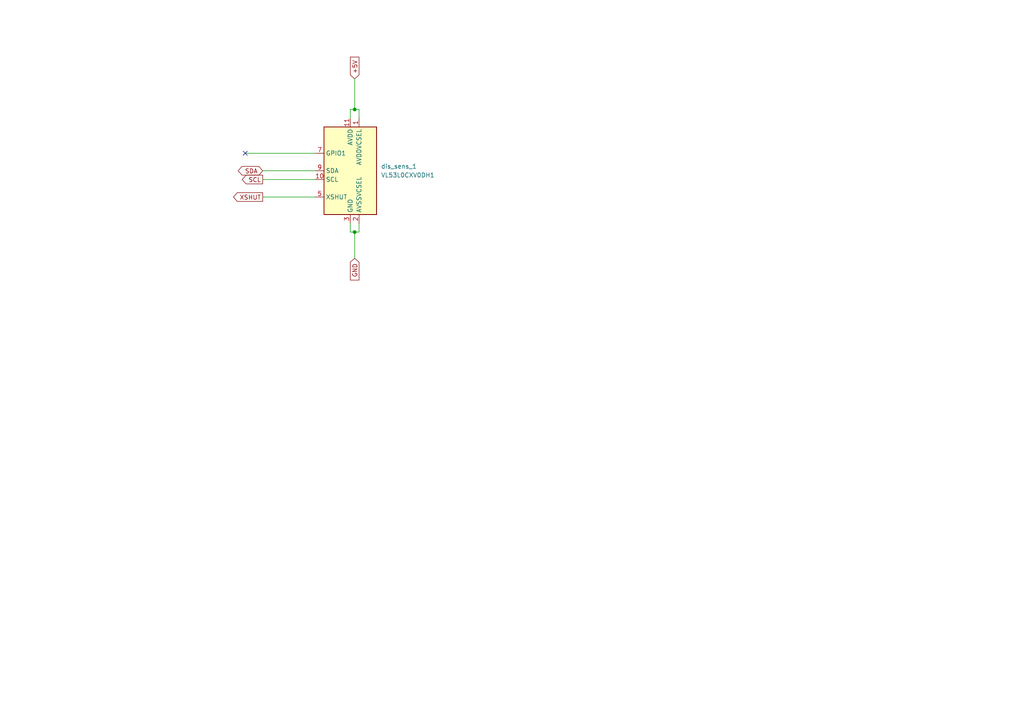
<source format=kicad_sch>
(kicad_sch
	(version 20231120)
	(generator "eeschema")
	(generator_version "8.0")
	(uuid "c5c08d6f-9822-42dc-8aad-78344b0f8ab2")
	(paper "A4")
	(lib_symbols
		(symbol "Sensor_Distance:VL53L0CXV0DH1"
			(exclude_from_sim no)
			(in_bom yes)
			(on_board yes)
			(property "Reference" "U"
				(at -6.35 13.97 0)
				(effects
					(font
						(size 1.27 1.27)
					)
				)
			)
			(property "Value" "VL53L0CXV0DH1"
				(at 12.065 13.97 0)
				(effects
					(font
						(size 1.27 1.27)
					)
				)
			)
			(property "Footprint" "Sensor_Distance:ST_VL53L1x"
				(at 17.145 -13.97 0)
				(effects
					(font
						(size 1.27 1.27)
					)
					(hide yes)
				)
			)
			(property "Datasheet" "https://www.st.com/resource/en/datasheet/vl53l0x.pdf"
				(at 2.54 0 0)
				(effects
					(font
						(size 1.27 1.27)
					)
					(hide yes)
				)
			)
			(property "Description" "2m distance ranging ToF sensor, Optical LGA12"
				(at 0 0 0)
				(effects
					(font
						(size 1.27 1.27)
					)
					(hide yes)
				)
			)
			(property "ki_keywords" "VL53L0x ToF"
				(at 0 0 0)
				(effects
					(font
						(size 1.27 1.27)
					)
					(hide yes)
				)
			)
			(property "ki_fp_filters" "ST*VL53L1x*"
				(at 0 0 0)
				(effects
					(font
						(size 1.27 1.27)
					)
					(hide yes)
				)
			)
			(symbol "VL53L0CXV0DH1_0_1"
				(rectangle
					(start -7.62 12.7)
					(end 7.62 -12.7)
					(stroke
						(width 0.254)
						(type default)
					)
					(fill
						(type background)
					)
				)
			)
			(symbol "VL53L0CXV0DH1_1_1"
				(pin power_in line
					(at 2.54 15.24 270)
					(length 2.54)
					(name "AVDDVCSEL"
						(effects
							(font
								(size 1.27 1.27)
							)
						)
					)
					(number "1"
						(effects
							(font
								(size 1.27 1.27)
							)
						)
					)
				)
				(pin input line
					(at -10.16 -2.54 0)
					(length 2.54)
					(name "SCL"
						(effects
							(font
								(size 1.27 1.27)
							)
						)
					)
					(number "10"
						(effects
							(font
								(size 1.27 1.27)
							)
						)
					)
				)
				(pin power_in line
					(at 0 15.24 270)
					(length 2.54)
					(name "AVDD"
						(effects
							(font
								(size 1.27 1.27)
							)
						)
					)
					(number "11"
						(effects
							(font
								(size 1.27 1.27)
							)
						)
					)
				)
				(pin passive line
					(at 0 -15.24 90)
					(length 2.54) hide
					(name "GND"
						(effects
							(font
								(size 1.27 1.27)
							)
						)
					)
					(number "12"
						(effects
							(font
								(size 1.27 1.27)
							)
						)
					)
				)
				(pin power_in line
					(at 2.54 -15.24 90)
					(length 2.54)
					(name "AVSSVCSEL"
						(effects
							(font
								(size 1.27 1.27)
							)
						)
					)
					(number "2"
						(effects
							(font
								(size 1.27 1.27)
							)
						)
					)
				)
				(pin power_in line
					(at 0 -15.24 90)
					(length 2.54)
					(name "GND"
						(effects
							(font
								(size 1.27 1.27)
							)
						)
					)
					(number "3"
						(effects
							(font
								(size 1.27 1.27)
							)
						)
					)
				)
				(pin passive line
					(at 0 -15.24 90)
					(length 2.54) hide
					(name "GND"
						(effects
							(font
								(size 1.27 1.27)
							)
						)
					)
					(number "4"
						(effects
							(font
								(size 1.27 1.27)
							)
						)
					)
				)
				(pin input line
					(at -10.16 -7.62 0)
					(length 2.54)
					(name "XSHUT"
						(effects
							(font
								(size 1.27 1.27)
							)
						)
					)
					(number "5"
						(effects
							(font
								(size 1.27 1.27)
							)
						)
					)
				)
				(pin passive line
					(at 0 -15.24 90)
					(length 2.54) hide
					(name "GND"
						(effects
							(font
								(size 1.27 1.27)
							)
						)
					)
					(number "6"
						(effects
							(font
								(size 1.27 1.27)
							)
						)
					)
				)
				(pin open_collector line
					(at -10.16 5.08 0)
					(length 2.54)
					(name "GPIO1"
						(effects
							(font
								(size 1.27 1.27)
							)
						)
					)
					(number "7"
						(effects
							(font
								(size 1.27 1.27)
							)
						)
					)
				)
				(pin no_connect line
					(at -7.62 7.62 0)
					(length 2.54) hide
					(name "DNC"
						(effects
							(font
								(size 1.27 1.27)
							)
						)
					)
					(number "8"
						(effects
							(font
								(size 1.27 1.27)
							)
						)
					)
				)
				(pin bidirectional line
					(at -10.16 0 0)
					(length 2.54)
					(name "SDA"
						(effects
							(font
								(size 1.27 1.27)
							)
						)
					)
					(number "9"
						(effects
							(font
								(size 1.27 1.27)
							)
						)
					)
				)
			)
		)
	)
	(junction
		(at 102.87 67.31)
		(diameter 0)
		(color 0 0 0 0)
		(uuid "31c1fcc2-399a-49e5-9ab3-f613bffa4c3f")
	)
	(junction
		(at 102.87 31.75)
		(diameter 0)
		(color 0 0 0 0)
		(uuid "ca082e6f-472d-4878-b32a-4908c3231ffa")
	)
	(no_connect
		(at 71.12 44.45)
		(uuid "43f0aa42-2eff-47cc-87ec-5364c4766cfa")
	)
	(wire
		(pts
			(xy 101.6 67.31) (xy 102.87 67.31)
		)
		(stroke
			(width 0)
			(type default)
		)
		(uuid "14997ef2-eb41-47e8-a126-e6014d85423e")
	)
	(wire
		(pts
			(xy 102.87 31.75) (xy 104.14 31.75)
		)
		(stroke
			(width 0)
			(type default)
		)
		(uuid "18d6ea33-9612-4da6-9707-c0e37657bbee")
	)
	(wire
		(pts
			(xy 71.12 44.45) (xy 91.44 44.45)
		)
		(stroke
			(width 0)
			(type default)
		)
		(uuid "4b50ba63-cd91-44a7-901b-8e3d4e02dca9")
	)
	(wire
		(pts
			(xy 102.87 67.31) (xy 104.14 67.31)
		)
		(stroke
			(width 0)
			(type default)
		)
		(uuid "5564dd70-e540-4473-9892-71b83589d8c9")
	)
	(wire
		(pts
			(xy 76.2 49.53) (xy 91.44 49.53)
		)
		(stroke
			(width 0)
			(type default)
		)
		(uuid "56e5fb10-b2e4-4004-b4d9-5a6d6b09dda4")
	)
	(wire
		(pts
			(xy 76.2 57.15) (xy 91.44 57.15)
		)
		(stroke
			(width 0)
			(type default)
		)
		(uuid "5fb6d201-551b-43ee-bead-9dcd110acf3d")
	)
	(wire
		(pts
			(xy 102.87 22.86) (xy 102.87 31.75)
		)
		(stroke
			(width 0)
			(type default)
		)
		(uuid "776b900f-7a63-46c0-bcba-fcf715d6c516")
	)
	(wire
		(pts
			(xy 101.6 31.75) (xy 102.87 31.75)
		)
		(stroke
			(width 0)
			(type default)
		)
		(uuid "8c785e44-000e-48c3-a5e5-46e39f2cb433")
	)
	(wire
		(pts
			(xy 76.2 52.07) (xy 91.44 52.07)
		)
		(stroke
			(width 0)
			(type default)
		)
		(uuid "99ebfd53-ef8e-4648-aa58-2413136c845f")
	)
	(wire
		(pts
			(xy 101.6 64.77) (xy 101.6 67.31)
		)
		(stroke
			(width 0)
			(type default)
		)
		(uuid "a3d51e4b-b84c-4159-a4d5-2f39c2f8118f")
	)
	(wire
		(pts
			(xy 101.6 34.29) (xy 101.6 31.75)
		)
		(stroke
			(width 0)
			(type default)
		)
		(uuid "e3945c21-cf97-4b4a-bec5-49947b7a0b52")
	)
	(wire
		(pts
			(xy 102.87 67.31) (xy 102.87 74.93)
		)
		(stroke
			(width 0)
			(type default)
		)
		(uuid "e6686622-4916-4669-bcf4-3b8cfc2ccf5e")
	)
	(wire
		(pts
			(xy 104.14 67.31) (xy 104.14 64.77)
		)
		(stroke
			(width 0)
			(type default)
		)
		(uuid "f7a9a88d-3176-41a3-838e-e7d064c1e804")
	)
	(wire
		(pts
			(xy 104.14 31.75) (xy 104.14 34.29)
		)
		(stroke
			(width 0)
			(type default)
		)
		(uuid "fce80f4b-0b32-403f-851b-18e1fe8f7ca2")
	)
	(global_label "XSHUT"
		(shape output)
		(at 76.2 57.15 180)
		(fields_autoplaced yes)
		(effects
			(font
				(size 1.27 1.27)
			)
			(justify right)
		)
		(uuid "4082a79f-9ccf-49d7-ab18-a867acc19322")
		(property "Intersheetrefs" "${INTERSHEET_REFS}"
			(at 67.1672 57.15 0)
			(effects
				(font
					(size 1.27 1.27)
				)
				(justify right)
				(hide yes)
			)
		)
	)
	(global_label "GND"
		(shape input)
		(at 102.87 74.93 270)
		(fields_autoplaced yes)
		(effects
			(font
				(size 1.27 1.27)
			)
			(justify right)
		)
		(uuid "e35457c0-d264-4cea-8909-ad5f653c8b4b")
		(property "Intersheetrefs" "${INTERSHEET_REFS}"
			(at 102.87 81.7857 90)
			(effects
				(font
					(size 1.27 1.27)
				)
				(justify right)
				(hide yes)
			)
		)
	)
	(global_label "SCL"
		(shape output)
		(at 76.2 52.07 180)
		(fields_autoplaced yes)
		(effects
			(font
				(size 1.27 1.27)
			)
			(justify right)
		)
		(uuid "f1884cc5-07bc-4c0e-8be7-50f8e4e5c829")
		(property "Intersheetrefs" "${INTERSHEET_REFS}"
			(at 69.7072 52.07 0)
			(effects
				(font
					(size 1.27 1.27)
				)
				(justify right)
				(hide yes)
			)
		)
	)
	(global_label "SDA"
		(shape bidirectional)
		(at 76.2 49.53 180)
		(fields_autoplaced yes)
		(effects
			(font
				(size 1.27 1.27)
			)
			(justify right)
		)
		(uuid "f26d693f-c1d4-4404-9077-7a125364cf24")
		(property "Intersheetrefs" "${INTERSHEET_REFS}"
			(at 68.5354 49.53 0)
			(effects
				(font
					(size 1.27 1.27)
				)
				(justify right)
				(hide yes)
			)
		)
	)
	(global_label "+5V"
		(shape input)
		(at 102.87 22.86 90)
		(fields_autoplaced yes)
		(effects
			(font
				(size 1.27 1.27)
			)
			(justify left)
		)
		(uuid "f579f829-a166-4746-9bec-34070efba377")
		(property "Intersheetrefs" "${INTERSHEET_REFS}"
			(at 102.87 16.0043 90)
			(effects
				(font
					(size 1.27 1.27)
				)
				(justify left)
				(hide yes)
			)
		)
	)
	(symbol
		(lib_id "Sensor_Distance:VL53L0CXV0DH1")
		(at 101.6 49.53 0)
		(unit 1)
		(exclude_from_sim no)
		(in_bom yes)
		(on_board no)
		(dnp no)
		(fields_autoplaced yes)
		(uuid "1e6f39d4-6ae4-4418-b7db-797f8d3a0056")
		(property "Reference" "dis_sens_1"
			(at 110.49 48.2599 0)
			(effects
				(font
					(size 1.27 1.27)
				)
				(justify left)
			)
		)
		(property "Value" "VL53L0CXV0DH1"
			(at 110.49 50.7999 0)
			(effects
				(font
					(size 1.27 1.27)
				)
				(justify left)
			)
		)
		(property "Footprint" "Sensor_Distance:ST_VL53L1x"
			(at 118.745 63.5 0)
			(effects
				(font
					(size 1.27 1.27)
				)
				(hide yes)
			)
		)
		(property "Datasheet" "https://www.st.com/resource/en/datasheet/vl53l0x.pdf"
			(at 104.14 49.53 0)
			(effects
				(font
					(size 1.27 1.27)
				)
				(hide yes)
			)
		)
		(property "Description" "2m distance ranging ToF sensor, Optical LGA12"
			(at 101.6 49.53 0)
			(effects
				(font
					(size 1.27 1.27)
				)
				(hide yes)
			)
		)
		(pin "8"
			(uuid "b1923750-32b5-4261-9cc9-5adc6d0ca8df")
		)
		(pin "5"
			(uuid "0dc36fe3-3692-46f6-a5cc-1f6e6a8dee9c")
		)
		(pin "9"
			(uuid "85dbaaba-d542-4b7c-b774-1327e0d44ee4")
		)
		(pin "12"
			(uuid "4828a40c-126e-4fac-a064-b00f337fed99")
		)
		(pin "2"
			(uuid "c3fc9609-e41e-415b-aed6-f13f43a12042")
		)
		(pin "4"
			(uuid "132b05eb-1c1b-4c43-8286-1eb532b2a7b7")
		)
		(pin "6"
			(uuid "c307d90b-a26b-4f8c-8848-f90a6a502260")
		)
		(pin "11"
			(uuid "4467fe03-f508-4ace-b815-f523a8b52596")
		)
		(pin "3"
			(uuid "b9ccc239-ac0c-4a31-a095-e84154199900")
		)
		(pin "7"
			(uuid "f193dcac-677f-434f-baf2-f8afbb74bce6")
		)
		(pin "10"
			(uuid "01a5d37d-1c42-4f0f-9f49-2e656074dabb")
		)
		(pin "1"
			(uuid "8592dde2-524c-44e3-bbc3-1dc0760488d4")
		)
		(instances
			(project "konar2"
				(path "/c9154aa1-f1b7-423e-bcde-0c6434e2094e/fdd1297f-f7d7-4fb1-8a34-d11d265bd353"
					(reference "dis_sens_1")
					(unit 1)
				)
				(path "/c9154aa1-f1b7-423e-bcde-0c6434e2094e/e51d67b3-bb3a-4e42-88c3-54961a316d15"
					(reference "dis_sens_2")
					(unit 1)
				)
				(path "/c9154aa1-f1b7-423e-bcde-0c6434e2094e/d9726454-9fdd-4593-b728-fb7a1927ecf2"
					(reference "dis_sens_3")
					(unit 1)
				)
				(path "/c9154aa1-f1b7-423e-bcde-0c6434e2094e/5a42a002-595c-4194-aa34-51fddbdb09a9"
					(reference "dis_sens_4")
					(unit 1)
				)
			)
		)
	)
)
</source>
